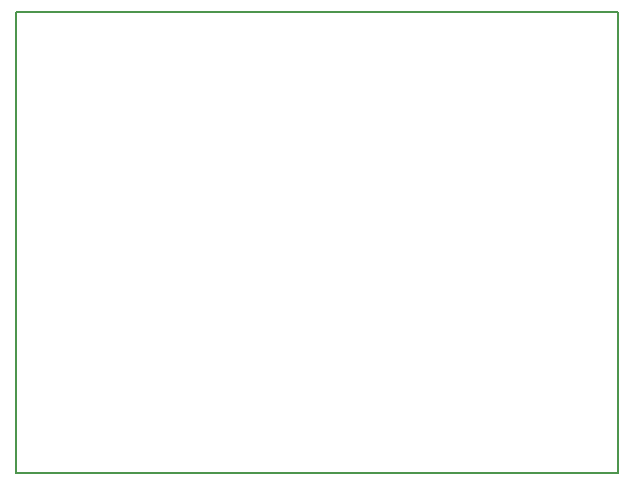
<source format=gbr>
G04 #@! TF.FileFunction,Profile,NP*
%FSLAX46Y46*%
G04 Gerber Fmt 4.6, Leading zero omitted, Abs format (unit mm)*
G04 Created by KiCad (PCBNEW 4.0.7) date 10/23/19 09:18:07*
%MOMM*%
%LPD*%
G01*
G04 APERTURE LIST*
%ADD10C,0.100000*%
%ADD11C,0.150000*%
G04 APERTURE END LIST*
D10*
D11*
X100000000Y-91000000D02*
X100000000Y-52000000D01*
X151000000Y-91000000D02*
X100000000Y-91000000D01*
X151000000Y-52000000D02*
X151000000Y-91000000D01*
X100000000Y-52000000D02*
X151000000Y-52000000D01*
M02*

</source>
